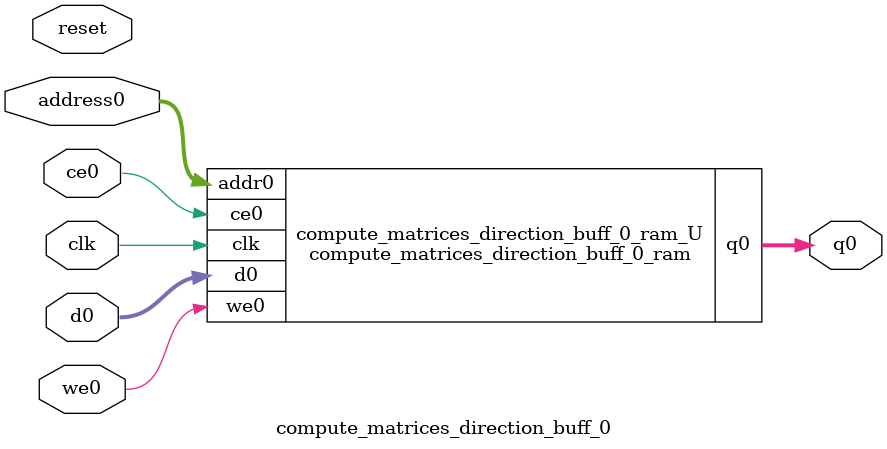
<source format=v>
`timescale 1 ns / 1 ps
module compute_matrices_direction_buff_0_ram (addr0, ce0, d0, we0, q0,  clk);

parameter DWIDTH = 2;
parameter AWIDTH = 2;
parameter MEM_SIZE = 4;

input[AWIDTH-1:0] addr0;
input ce0;
input[DWIDTH-1:0] d0;
input we0;
output reg[DWIDTH-1:0] q0;
input clk;

(* ram_style = "block" *)reg [DWIDTH-1:0] ram[0:MEM_SIZE-1];




always @(posedge clk)  
begin 
    if (ce0) begin
        if (we0) 
            ram[addr0] <= d0; 
        q0 <= ram[addr0];
    end
end


endmodule

`timescale 1 ns / 1 ps
module compute_matrices_direction_buff_0(
    reset,
    clk,
    address0,
    ce0,
    we0,
    d0,
    q0);

parameter DataWidth = 32'd2;
parameter AddressRange = 32'd4;
parameter AddressWidth = 32'd2;
input reset;
input clk;
input[AddressWidth - 1:0] address0;
input ce0;
input we0;
input[DataWidth - 1:0] d0;
output[DataWidth - 1:0] q0;



compute_matrices_direction_buff_0_ram compute_matrices_direction_buff_0_ram_U(
    .clk( clk ),
    .addr0( address0 ),
    .ce0( ce0 ),
    .we0( we0 ),
    .d0( d0 ),
    .q0( q0 ));

endmodule


</source>
